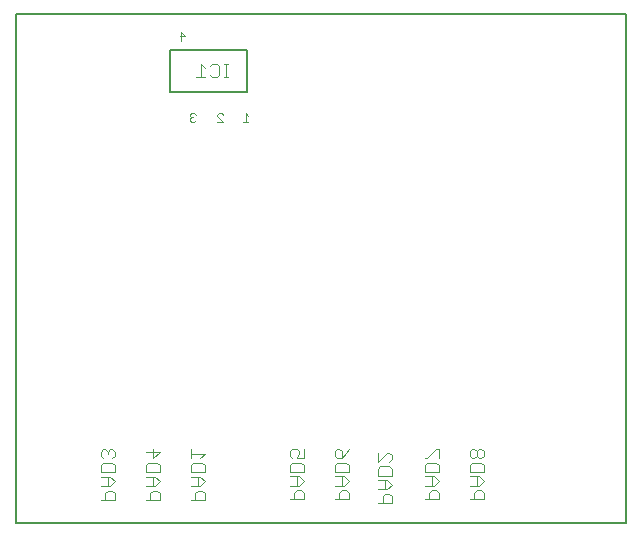
<source format=gbo>
G75*
%MOIN*%
%OFA0B0*%
%FSLAX24Y24*%
%IPPOS*%
%LPD*%
%AMOC8*
5,1,8,0,0,1.08239X$1,22.5*
%
%ADD10C,0.0080*%
%ADD11C,0.0040*%
D10*
X003400Y002400D02*
X023701Y002400D01*
X023701Y019382D01*
X003400Y019382D01*
X003400Y002400D01*
X008504Y016763D02*
X011084Y016763D01*
X011084Y018163D01*
X008504Y018163D01*
X008504Y016763D01*
D11*
X009387Y017253D02*
X009694Y017253D01*
X009540Y017253D02*
X009540Y017713D01*
X009694Y017559D01*
X009847Y017636D02*
X009924Y017713D01*
X010078Y017713D01*
X010154Y017636D01*
X010154Y017329D01*
X010078Y017253D01*
X009924Y017253D01*
X009847Y017329D01*
X010308Y017253D02*
X010461Y017253D01*
X010384Y017253D02*
X010384Y017713D01*
X010308Y017713D02*
X010461Y017713D01*
X009024Y018623D02*
X008837Y018623D01*
X008884Y018763D02*
X009024Y018623D01*
X008884Y018483D02*
X008884Y018763D01*
X009232Y016063D02*
X009185Y016016D01*
X009185Y015969D01*
X009232Y015923D01*
X009185Y015876D01*
X009185Y015829D01*
X009232Y015783D01*
X009325Y015783D01*
X009372Y015829D01*
X009278Y015923D02*
X009232Y015923D01*
X009232Y016063D02*
X009325Y016063D01*
X009372Y016016D01*
X010095Y016012D02*
X010142Y016059D01*
X010235Y016059D01*
X010282Y016012D01*
X010095Y016012D02*
X010095Y015966D01*
X010282Y015779D01*
X010095Y015779D01*
X010946Y015783D02*
X011133Y015783D01*
X011040Y015783D02*
X011040Y016063D01*
X011133Y015969D01*
X012587Y004874D02*
X012511Y004797D01*
X012511Y004644D01*
X012587Y004567D01*
X012587Y004413D02*
X012894Y004413D01*
X012971Y004337D01*
X012971Y004107D01*
X012511Y004107D01*
X012511Y004337D01*
X012587Y004413D01*
X012741Y004567D02*
X012817Y004720D01*
X012817Y004797D01*
X012741Y004874D01*
X012587Y004874D01*
X012741Y004567D02*
X012971Y004567D01*
X012971Y004874D01*
X014011Y004797D02*
X014011Y004644D01*
X014087Y004567D01*
X014241Y004567D01*
X014241Y004797D01*
X014164Y004874D01*
X014087Y004874D01*
X014011Y004797D01*
X014241Y004567D02*
X014394Y004720D01*
X014471Y004874D01*
X014394Y004413D02*
X014087Y004413D01*
X014011Y004337D01*
X014011Y004107D01*
X014471Y004107D01*
X014471Y004337D01*
X014394Y004413D01*
X014317Y003953D02*
X014011Y003953D01*
X014241Y003953D02*
X014241Y003646D01*
X014317Y003646D02*
X014471Y003800D01*
X014317Y003953D01*
X014317Y003646D02*
X014011Y003646D01*
X014241Y003493D02*
X014164Y003416D01*
X014164Y003186D01*
X014011Y003186D02*
X014471Y003186D01*
X014471Y003416D01*
X014394Y003493D01*
X014241Y003493D01*
X015448Y003521D02*
X015755Y003521D01*
X015908Y003675D01*
X015755Y003828D01*
X015448Y003828D01*
X015448Y003982D02*
X015448Y004212D01*
X015525Y004288D01*
X015832Y004288D01*
X015908Y004212D01*
X015908Y003982D01*
X015448Y003982D01*
X015678Y003828D02*
X015678Y003521D01*
X015678Y003368D02*
X015602Y003291D01*
X015602Y003061D01*
X015448Y003061D02*
X015908Y003061D01*
X015908Y003291D01*
X015832Y003368D01*
X015678Y003368D01*
X017011Y003186D02*
X017471Y003186D01*
X017471Y003416D01*
X017394Y003493D01*
X017241Y003493D01*
X017164Y003416D01*
X017164Y003186D01*
X017241Y003646D02*
X017241Y003953D01*
X017317Y003953D02*
X017011Y003953D01*
X017011Y004107D02*
X017011Y004337D01*
X017087Y004413D01*
X017394Y004413D01*
X017471Y004337D01*
X017471Y004107D01*
X017011Y004107D01*
X017317Y003953D02*
X017471Y003800D01*
X017317Y003646D01*
X017011Y003646D01*
X015908Y004519D02*
X015832Y004442D01*
X015908Y004519D02*
X015908Y004672D01*
X015832Y004749D01*
X015755Y004749D01*
X015448Y004442D01*
X015448Y004749D01*
X017011Y004567D02*
X017087Y004567D01*
X017394Y004874D01*
X017471Y004874D01*
X017471Y004567D01*
X018511Y004644D02*
X018587Y004567D01*
X018664Y004567D01*
X018741Y004644D01*
X018741Y004797D01*
X018664Y004874D01*
X018587Y004874D01*
X018511Y004797D01*
X018511Y004644D01*
X018741Y004644D02*
X018817Y004567D01*
X018894Y004567D01*
X018971Y004644D01*
X018971Y004797D01*
X018894Y004874D01*
X018817Y004874D01*
X018741Y004797D01*
X018894Y004413D02*
X018971Y004337D01*
X018971Y004107D01*
X018511Y004107D01*
X018511Y004337D01*
X018587Y004413D01*
X018894Y004413D01*
X018817Y003953D02*
X018511Y003953D01*
X018741Y003953D02*
X018741Y003646D01*
X018817Y003646D02*
X018971Y003800D01*
X018817Y003953D01*
X018817Y003646D02*
X018511Y003646D01*
X018741Y003493D02*
X018664Y003416D01*
X018664Y003186D01*
X018511Y003186D02*
X018971Y003186D01*
X018971Y003416D01*
X018894Y003493D01*
X018741Y003493D01*
X012971Y003416D02*
X012971Y003186D01*
X012511Y003186D01*
X012664Y003186D02*
X012664Y003416D01*
X012741Y003493D01*
X012894Y003493D01*
X012971Y003416D01*
X012817Y003646D02*
X012511Y003646D01*
X012741Y003646D02*
X012741Y003953D01*
X012817Y003953D02*
X012511Y003953D01*
X012817Y003953D02*
X012971Y003800D01*
X012817Y003646D01*
X009668Y003785D02*
X009515Y003631D01*
X009208Y003631D01*
X009438Y003631D02*
X009438Y003938D01*
X009515Y003938D02*
X009208Y003938D01*
X009208Y004092D02*
X009208Y004322D01*
X009285Y004398D01*
X009592Y004398D01*
X009668Y004322D01*
X009668Y004092D01*
X009208Y004092D01*
X009515Y003938D02*
X009668Y003785D01*
X009592Y003478D02*
X009438Y003478D01*
X009362Y003401D01*
X009362Y003171D01*
X009208Y003171D02*
X009668Y003171D01*
X009668Y003401D01*
X009592Y003478D01*
X008168Y003401D02*
X008168Y003171D01*
X007708Y003171D01*
X007862Y003171D02*
X007862Y003401D01*
X007938Y003478D01*
X008092Y003478D01*
X008168Y003401D01*
X008015Y003631D02*
X007708Y003631D01*
X007938Y003631D02*
X007938Y003938D01*
X008015Y003938D02*
X007708Y003938D01*
X007708Y004092D02*
X007708Y004322D01*
X007785Y004398D01*
X008092Y004398D01*
X008168Y004322D01*
X008168Y004092D01*
X007708Y004092D01*
X008015Y003938D02*
X008168Y003785D01*
X008015Y003631D01*
X006671Y003785D02*
X006517Y003938D01*
X006211Y003938D01*
X006211Y004092D02*
X006211Y004322D01*
X006287Y004398D01*
X006594Y004398D01*
X006671Y004322D01*
X006671Y004092D01*
X006211Y004092D01*
X006441Y003938D02*
X006441Y003631D01*
X006517Y003631D02*
X006671Y003785D01*
X006517Y003631D02*
X006211Y003631D01*
X006441Y003478D02*
X006364Y003401D01*
X006364Y003171D01*
X006211Y003171D02*
X006671Y003171D01*
X006671Y003401D01*
X006594Y003478D01*
X006441Y003478D01*
X006594Y004552D02*
X006671Y004629D01*
X006671Y004782D01*
X006594Y004859D01*
X006517Y004859D01*
X006441Y004782D01*
X006364Y004859D01*
X006287Y004859D01*
X006211Y004782D01*
X006211Y004629D01*
X006287Y004552D01*
X006441Y004705D02*
X006441Y004782D01*
X007708Y004782D02*
X008168Y004782D01*
X007938Y004552D01*
X007938Y004859D01*
X009208Y004859D02*
X009208Y004552D01*
X009208Y004705D02*
X009668Y004705D01*
X009515Y004552D01*
M02*

</source>
